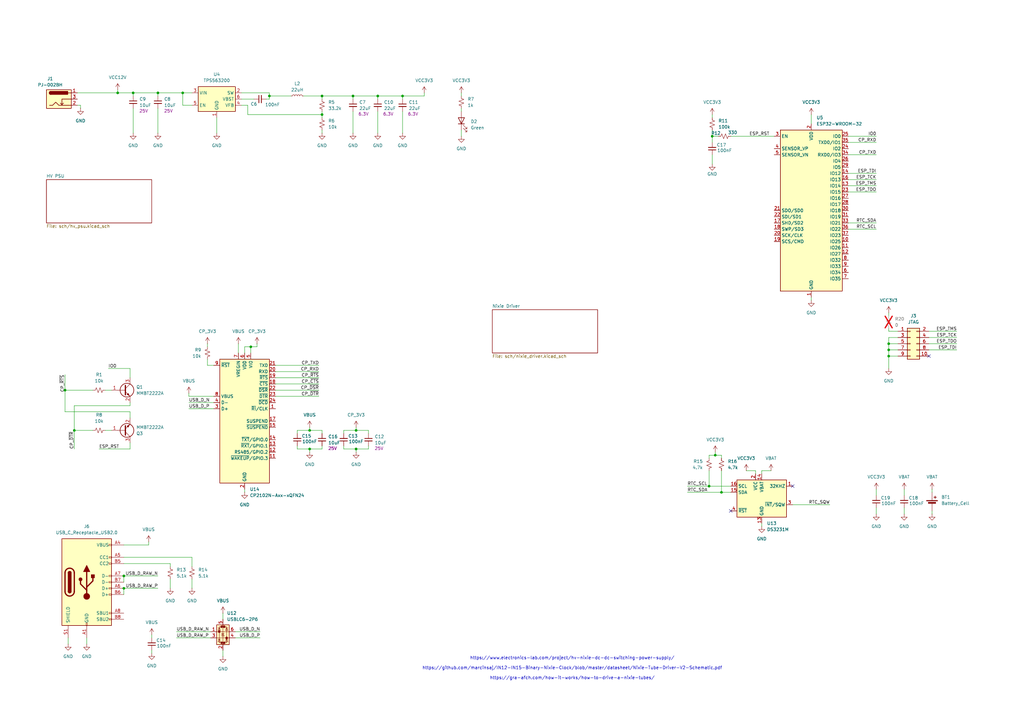
<source format=kicad_sch>
(kicad_sch (version 20250114) (generator "eeschema") (generator_version "9.0")
  (paper "A3")
  (lib_symbols
    (symbol "Connector:Barrel_Jack_Switch" (pin_names (hide yes))
      (property "Reference" "J" (at 0 5.334 0))
      (property "Value" "Barrel_Jack_Switch" (at 0 -5.08 0))
      (symbol "Barrel_Jack_Switch_1_1"
        (pin passive line (at 7.62 2.54 180) (length 2.54) (name "~") (number "1"))
        (pin passive line (at 7.62 0 180) (length 2.54) (name "~") (number "3"))
        (pin passive line (at 7.62 -2.54 180) (length 2.54) (name "~") (number "2"))
      )
    )
    (symbol "Connector:USB_C_Receptacle_USB2.0" (pin_names (offset 1.016))
      (property "Reference" "J" (at -10.16 19.05 0))
      (property "Value" "USB_C_Receptacle_USB2.0" (at 19.05 19.05 0))
      (symbol "USB_C_Receptacle_USB2.0_1_1"
        (pin passive line (at -7.62 -22.86 90) (length 5.08) (name "SHIELD") (number "S1"))
        (pin passive line (at 0 -22.86 90) (length 5.08) (name "GND") (number "A1"))
        (pin passive line (at 0 -22.86 90) (length 5.08) (hide yes) (name "GND") (number "A12"))
        (pin passive line (at 0 -22.86 90) (length 5.08) (hide yes) (name "GND") (number "B1"))
        (pin passive line (at 0 -22.86 90) (length 5.08) (hide yes) (name "GND") (number "B12"))
        (pin passive line (at 15.24 15.24 180) (length 5.08) (name "VBUS") (number "A4"))
        (pin passive line (at 15.24 15.24 180) (length 5.08) (hide yes) (name "VBUS") (number "A9"))
        (pin passive line (at 15.24 15.24 180) (length 5.08) (hide yes) (name "VBUS") (number "B4"))
        (pin passive line (at 15.24 15.24 180) (length 5.08) (hide yes) (name "VBUS") (number "B9"))
        (pin bidirectional line (at 15.24 10.16 180) (length 5.08) (name "CC1") (number "A5"))
        (pin bidirectional line (at 15.24 7.62 180) (length 5.08) (name "CC2") (number "B5"))
        (pin bidirectional line (at 15.24 2.54 180) (length 5.08) (name "D-") (number "A7"))
        (pin bidirectional line (at 15.24 0 180) (length 5.08) (name "D-") (number "B7"))
        (pin bidirectional line (at 15.24 -2.54 180) (length 5.08) (name "D+") (number "A6"))
        (pin bidirectional line (at 15.24 -5.08 180) (length 5.08) (name "D+") (number "B6"))
        (pin bidirectional line (at 15.24 -12.7 180) (length 5.08) (name "SBU1") (number "A8"))
        (pin bidirectional line (at 15.24 -15.24 180) (length 5.08) (name "SBU2") (number "B8"))
      )
    )
    (symbol "Connector_Generic:Conn_02x05_Odd_Even" (pin_names (offset 1.016) (hide yes))
      (property "Reference" "J" (at 1.27 7.62 0))
      (property "Value" "Conn_02x05_Odd_Even" (at 1.27 -7.62 0))
      (symbol "Conn_02x05_Odd_Even_1_1"
        (pin passive line (at -5.08 5.08 0) (length 3.81) (name "Pin_1") (number "1"))
        (pin passive line (at -5.08 2.54 0) (length 3.81) (name "Pin_3") (number "3"))
        (pin passive line (at -5.08 0 0) (length 3.81) (name "Pin_5") (number "5"))
        (pin passive line (at -5.08 -2.54 0) (length 3.81) (name "Pin_7") (number "7"))
        (pin passive line (at -5.08 -5.08 0) (length 3.81) (name "Pin_9") (number "9"))
        (pin passive line (at 7.62 5.08 180) (length 3.81) (name "Pin_2") (number "2"))
        (pin passive line (at 7.62 2.54 180) (length 3.81) (name "Pin_4") (number "4"))
        (pin passive line (at 7.62 0 180) (length 3.81) (name "Pin_6") (number "6"))
        (pin passive line (at 7.62 -2.54 180) (length 3.81) (name "Pin_8") (number "8"))
        (pin passive line (at 7.62 -5.08 180) (length 3.81) (name "Pin_10") (number "10"))
      )
    )
    (symbol "Device:Battery_Cell" (pin_numbers (hide yes)) (pin_names (offset 0) (hide yes))
      (property "Reference" "BT" (at 2.54 2.54 0))
      (property "Value" "Battery_Cell" (at 2.54 0 0))
      (symbol "Battery_Cell_1_1"
        (pin passive line (at 0 5.08 270) (length 2.54) (name "+") (number "1"))
        (pin passive line (at 0 -2.54 90) (length 2.54) (name "-") (number "2"))
      )
    )
    (symbol "Device:C_Small" (pin_numbers (hide yes)) (pin_names (offset 0.254) (hide yes))
      (property "Reference" "C" (at 0.254 1.778 0))
      (property "Value" "C_Small" (at 0.254 -2.032 0))
      (symbol "C_Small_1_1"
        (pin passive line (at 0 2.54 270) (length 2.032) (name "~") (number "1"))
        (pin passive line (at 0 -2.54 90) (length 2.032) (name "~") (number "2"))
      )
    )
    (symbol "Device:LED" (pin_numbers (hide yes)) (pin_names (offset 1.016) (hide yes))
      (property "Reference" "D" (at 0 2.54 0))
      (property "Value" "LED" (at 0 -2.54 0))
      (symbol "LED_1_1"
        (pin passive line (at -3.81 0 0) (length 2.54) (name "K") (number "1"))
        (pin passive line (at 3.81 0 180) (length 2.54) (name "A") (number "2"))
      )
    )
    (symbol "Device:L_Small" (pin_numbers (hide yes)) (pin_names (offset 0.254) (hide yes))
      (property "Reference" "L" (at 0.762 1.016 0))
      (property "Value" "L_Small" (at 0.762 -1.016 0))
      (symbol "L_Small_1_1"
        (pin passive line (at 0 2.54 270) (length 0.508) (name "~") (number "1"))
        (pin passive line (at 0 -2.54 90) (length 0.508) (name "~") (number "2"))
      )
    )
    (symbol "Device:R_Small_US" (pin_numbers (hide yes)) (pin_names (offset 0.254) (hide yes))
      (property "Reference" "R" (at 0.762 0.508 0))
      (property "Value" "R_Small_US" (at 0.762 -1.016 0))
      (symbol "R_Small_US_1_1"
        (pin passive line (at 0 2.54 270) (length 1.016) (name "~") (number "1"))
        (pin passive line (at 0 -2.54 90) (length 1.016) (name "~") (number "2"))
      )
    )
    (symbol "Interface_USB:CP2102N-Axx-xQFN24"
      (property "Reference" "U" (at -8.89 26.67 0))
      (property "Value" "CP2102N-Axx-xQFN24" (at 13.97 26.67 0))
      (symbol "CP2102N-Axx-xQFN24_1_1"
        (pin input line (at -12.7 22.86 0) (length 2.54) (name "~{RST}") (number "9"))
        (pin input line (at -12.7 10.16 0) (length 2.54) (name "VBUS") (number "8"))
        (pin bidirectional line (at -12.7 7.62 0) (length 2.54) (name "D-") (number "4"))
        (pin bidirectional line (at -12.7 5.08 0) (length 2.54) (name "D+") (number "3"))
        (pin no_connect line (at -10.16 -22.86 0) (length 2.54) (hide yes) (name "NC") (number "10"))
        (pin power_in line (at -2.54 27.94 270) (length 2.54) (name "VREGIN") (number "7"))
        (pin power_in line (at 0 27.94 270) (length 2.54) (name "VDD") (number "6"))
        (pin power_in line (at 0 -27.94 90) (length 2.54) (name "GND") (number "2"))
        (pin passive line (at 0 -27.94 90) (length 2.54) (hide yes) (name "GND") (number "25"))
        (pin power_in line (at 2.54 27.94 270) (length 2.54) (name "VIO") (number "5"))
        (pin no_connect line (at 10.16 -22.86 180) (length 2.54) (hide yes) (name "NC") (number "16"))
        (pin output line (at 12.7 22.86 180) (length 2.54) (name "TXD") (number "21"))
        (pin input line (at 12.7 20.32 180) (length 2.54) (name "RXD") (number "20"))
        (pin output line (at 12.7 17.78 180) (length 2.54) (name "~{RTS}") (number "19"))
        (pin input line (at 12.7 15.24 180) (length 2.54) (name "~{CTS}") (number "18"))
        (pin input line (at 12.7 12.7 180) (length 2.54) (name "~{DSR}") (number "22"))
        (pin output line (at 12.7 10.16 180) (length 2.54) (name "~{DTR}") (number "23"))
        (pin input line (at 12.7 7.62 180) (length 2.54) (name "~{DCD}") (number "24"))
        (pin bidirectional line (at 12.7 5.08 180) (length 2.54) (name "~{RI}/CLK") (number "1"))
        (pin output line (at 12.7 0 180) (length 2.54) (name "SUSPEND") (number "17"))
        (pin output line (at 12.7 -2.54 180) (length 2.54) (name "~{SUSPEND}") (number "15"))
        (pin bidirectional line (at 12.7 -7.62 180) (length 2.54) (name "~{TXT}/GPIO.0") (number "14"))
        (pin bidirectional line (at 12.7 -10.16 180) (length 2.54) (name "~{RXT}/GPIO.1") (number "13"))
        (pin bidirectional line (at 12.7 -12.7 180) (length 2.54) (name "RS485/GPIO.2") (number "12"))
        (pin bidirectional line (at 12.7 -15.24 180) (length 2.54) (name "~{WAKEUP}/GPIO.3") (number "11"))
      )
    )
    (symbol "Power_Protection:USBLC6-2P6" (pin_names (hide yes))
      (property "Reference" "U" (at 0.635 5.715 0))
      (property "Value" "USBLC6-2P6" (at 0.635 3.81 0))
      (symbol "USBLC6-2P6_1_1"
        (pin passive line (at -5.08 0 0) (length 2.54) (name "I/O1") (number "1"))
        (pin passive line (at -5.08 -2.54 0) (length 2.54) (name "I/O2") (number "3"))
        (pin passive line (at 0 5.08 270) (length 2.54) (name "VBUS") (number "5"))
        (pin passive line (at 0 -7.62 90) (length 2.54) (name "GND") (number "2"))
        (pin passive line (at 5.08 0 180) (length 2.54) (name "I/O1") (number "6"))
        (pin passive line (at 5.08 -2.54 180) (length 2.54) (name "I/O2") (number "4"))
      )
    )
    (symbol "RF_Module:ESP32-WROOM-32"
      (property "Reference" "U" (at -12.7 34.29 0))
      (property "Value" "ESP32-WROOM-32" (at 1.27 34.29 0))
      (symbol "ESP32-WROOM-32_1_1"
        (pin input line (at -15.24 30.48 0) (length 2.54) (name "EN") (number "3"))
        (pin input line (at -15.24 25.4 0) (length 2.54) (name "SENSOR_VP") (number "4"))
        (pin input line (at -15.24 22.86 0) (length 2.54) (name "SENSOR_VN") (number "5"))
        (pin bidirectional line (at -15.24 0 0) (length 2.54) (name "SDO/SD0") (number "21"))
        (pin bidirectional line (at -15.24 -2.54 0) (length 2.54) (name "SDI/SD1") (number "22"))
        (pin bidirectional line (at -15.24 -5.08 0) (length 2.54) (name "SHD/SD2") (number "17"))
        (pin bidirectional line (at -15.24 -7.62 0) (length 2.54) (name "SWP/SD3") (number "18"))
        (pin bidirectional line (at -15.24 -10.16 0) (length 2.54) (name "SCK/CLK") (number "20"))
        (pin bidirectional line (at -15.24 -12.7 0) (length 2.54) (name "SCS/CMD") (number "19"))
        (pin no_connect line (at -12.7 -27.94 0) (length 2.54) (hide yes) (name "NC") (number "32"))
        (pin power_in line (at 0 35.56 270) (length 2.54) (name "VDD") (number "2"))
        (pin power_in line (at 0 -35.56 90) (length 2.54) (name "GND") (number "1"))
        (pin passive line (at 0 -35.56 90) (length 2.54) (hide yes) (name "GND") (number "15"))
        (pin passive line (at 0 -35.56 90) (length 2.54) (hide yes) (name "GND") (number "38"))
        (pin passive line (at 0 -35.56 90) (length 2.54) (hide yes) (name "GND") (number "39"))
        (pin bidirectional line (at 15.24 30.48 180) (length 2.54) (name "IO0") (number "25"))
        (pin bidirectional line (at 15.24 27.94 180) (length 2.54) (name "TXD0/IO1") (number "35"))
        (pin bidirectional line (at 15.24 25.4 180) (length 2.54) (name "IO2") (number "24"))
        (pin bidirectional line (at 15.24 22.86 180) (length 2.54) (name "RXD0/IO3") (number "34"))
        (pin bidirectional line (at 15.24 20.32 180) (length 2.54) (name "IO4") (number "26"))
        (pin bidirectional line (at 15.24 17.78 180) (length 2.54) (name "IO5") (number "29"))
        (pin bidirectional line (at 15.24 15.24 180) (length 2.54) (name "IO12") (number "14"))
        (pin bidirectional line (at 15.24 12.7 180) (length 2.54) (name "IO13") (number "16"))
        (pin bidirectional line (at 15.24 10.16 180) (length 2.54) (name "IO14") (number "13"))
        (pin bidirectional line (at 15.24 7.62 180) (length 2.54) (name "IO15") (number "23"))
        (pin bidirectional line (at 15.24 5.08 180) (length 2.54) (name "IO16") (number "27"))
        (pin bidirectional line (at 15.24 2.54 180) (length 2.54) (name "IO17") (number "28"))
        (pin bidirectional line (at 15.24 0 180) (length 2.54) (name "IO18") (number "30"))
        (pin bidirectional line (at 15.24 -2.54 180) (length 2.54) (name "IO19") (number "31"))
        (pin bidirectional line (at 15.24 -5.08 180) (length 2.54) (name "IO21") (number "33"))
        (pin bidirectional line (at 15.24 -7.62 180) (length 2.54) (name "IO22") (number "36"))
        (pin bidirectional line (at 15.24 -10.16 180) (length 2.54) (name "IO23") (number "37"))
        (pin bidirectional line (at 15.24 -12.7 180) (length 2.54) (name "IO25") (number "10"))
        (pin bidirectional line (at 15.24 -15.24 180) (length 2.54) (name "IO26") (number "11"))
        (pin bidirectional line (at 15.24 -17.78 180) (length 2.54) (name "IO27") (number "12"))
        (pin bidirectional line (at 15.24 -20.32 180) (length 2.54) (name "IO32") (number "8"))
        (pin bidirectional line (at 15.24 -22.86 180) (length 2.54) (name "IO33") (number "9"))
        (pin input line (at 15.24 -25.4 180) (length 2.54) (name "IO34") (number "6"))
        (pin input line (at 15.24 -27.94 180) (length 2.54) (name "IO35") (number "7"))
      )
    )
    (symbol "Regulator_Switching:TPS563200"
      (property "Reference" "U" (at -7.62 6.35 0))
      (property "Value" "TPS563200" (at -2.54 6.35 0))
      (symbol "TPS563200_1_1"
        (pin power_in line (at -10.16 2.54 0) (length 2.54) (name "VIN") (number "3"))
        (pin input line (at -10.16 -2.54 0) (length 2.54) (name "EN") (number "5"))
        (pin power_in line (at 0 -7.62 90) (length 2.54) (name "GND") (number "1"))
        (pin output line (at 10.16 2.54 180) (length 2.54) (name "SW") (number "2"))
        (pin passive line (at 10.16 0 180) (length 2.54) (name "VBST") (number "6"))
        (pin input line (at 10.16 -2.54 180) (length 2.54) (name "VFB") (number "4"))
      )
    )
    (symbol "Timer_RTC:DS3231M"
      (property "Reference" "U" (at -7.62 8.89 0))
      (property "Value" "DS3231M" (at 10.16 8.89 0))
      (symbol "DS3231M_1_1"
        (pin input line (at -12.7 5.08 0) (length 2.54) (name "SCL") (number "16"))
        (pin bidirectional line (at -12.7 2.54 0) (length 2.54) (name "SDA") (number "15"))
        (pin bidirectional line (at -12.7 -5.08 0) (length 2.54) (name "~{RST}") (number "4"))
        (pin power_in line (at -2.54 10.16 270) (length 2.54) (name "VCC") (number "2"))
        (pin power_in line (at 0 10.16 270) (length 2.54) (name "VBAT") (number "14"))
        (pin passive line (at 0 -10.16 90) (length 2.54) (hide yes) (name "GND") (number "10"))
        (pin passive line (at 0 -10.16 90) (length 2.54) (hide yes) (name "GND") (number "11"))
        (pin passive line (at 0 -10.16 90) (length 2.54) (hide yes) (name "GND") (number "12"))
        (pin power_in line (at 0 -10.16 90) (length 2.54) (name "GND") (number "13"))
        (pin passive line (at 0 -10.16 90) (length 2.54) (hide yes) (name "GND") (number "5"))
        (pin passive line (at 0 -10.16 90) (length 2.54) (hide yes) (name "GND") (number "6"))
        (pin passive line (at 0 -10.16 90) (length 2.54) (hide yes) (name "GND") (number "7"))
        (pin passive line (at 0 -10.16 90) (length 2.54) (hide yes) (name "GND") (number "8"))
        (pin passive line (at 0 -10.16 90) (length 2.54) (hide yes) (name "GND") (number "9"))
        (pin open_collector line (at 12.7 5.08 180) (length 2.54) (name "32KHZ") (number "1"))
        (pin open_collector line (at 12.7 -2.54 180) (length 2.54) (name "~{INT}/SQW") (number "3"))
      )
    )
    (symbol "Transistor_BJT:MMBT2222A" (pin_names (offset 0) (hide yes))
      (property "Reference" "Q" (at 5.08 1.905 0))
      (property "Value" "MMBT2222A" (at 5.08 0 0))
      (symbol "MMBT2222A_1_1"
        (pin input line (at -5.08 0 0) (length 2.54) (name "B") (number "1"))
        (pin passive line (at 2.54 5.08 270) (length 2.54) (name "C") (number "3"))
        (pin passive line (at 2.54 -5.08 90) (length 2.54) (name "E") (number "2"))
      )
    )
    (symbol "power:GND" (power) (pin_numbers (hide yes)) (pin_names (offset 0) (hide yes))
      (property "Value" "GND" (at 0 -3.81 0))
      (symbol "GND_1_1"
        (pin power_in line (at 0 0 270) (length 0) (name "~") (number "1"))
      )
    )
    (symbol "power:VBUS" (power) (pin_numbers (hide yes)) (pin_names (offset 0) (hide yes))
      (property "Value" "VBUS" (at 0 3.556 0))
      (symbol "VBUS_1_1"
        (pin power_in line (at 0 0 90) (length 0) (name "~") (number "1"))
      )
    )
    (symbol "power:VCC" (power) (pin_numbers (hide yes)) (pin_names (offset 0) (hide yes))
      (property "Value" "VCC" (at 0 3.556 0))
      (symbol "VCC_1_1"
        (pin power_in line (at 0 0 90) (length 0) (name "~") (number "1"))
      )
    )
  )
  (text "https://www.electronics-lab.com/project/hv-nixie-dc-dc-switching-power-supply/\n\nhttps://github.com/marcinsaj/IN12-IN15-Binary-Nixie-Clock/blob/master/datasheet/Nixie-Tube-Driver-V2-Schematic.pdf\n\nhttps://gra-afch.com/how-it-works/how-to-drive-a-nixie-tubes/" (at 234.696 274.066 0) (effects (font (size 1.27 1.27))))
  (junction (at 48.26 38.1))
  (junction (at 295.91 201.93))
  (junction (at 364.49 143.51))
  (junction (at 132.08 39.37))
  (junction (at 64.77 38.1))
  (junction (at 165.1 39.37))
  (junction (at 154.94 39.37))
  (junction (at 144.78 39.37))
  (junction (at 50.8 241.3))
  (junction (at 102.87 142.24))
  (junction (at 127 184.15))
  (junction (at 110.49 39.37))
  (junction (at 132.08 46.99))
  (junction (at 292.1 55.88))
  (junction (at 364.49 140.97))
  (junction (at 26.67 160.02))
  (junction (at 146.05 184.15))
  (junction (at 50.8 236.22))
  (junction (at 364.49 146.05))
  (junction (at 74.93 38.1))
  (junction (at 54.61 38.1))
  (junction (at 30.48 176.53))
  (junction (at 290.83 199.39))
  (junction (at 293.37 186.69))
  (junction (at 127 176.53))
  (junction (at 146.05 176.53))
  (no_connect (at 325.12 199.39))
  (no_connect (at 299.72 209.55))
  (no_connect (at 381 146.05))
  (wire (pts (xy 144.78 39.37) (xy 154.94 39.37)))
  (wire (pts (xy 77.47 161.29) (xy 77.47 162.56)))
  (wire (pts (xy 35.56 261.62) (xy 35.56 264.16)))
  (wire (pts (xy 368.3 135.89) (xy 364.49 135.89)))
  (wire (pts (xy 295.91 193.04) (xy 295.91 201.93)))
  (wire (pts (xy 31.75 43.18) (xy 33.02 43.18)))
  (wire (pts (xy 121.92 176.53) (xy 127 176.53)))
  (wire (pts (xy 50.8 228.6) (xy 78.74 228.6)))
  (wire (pts (xy 292.1 46.99) (xy 292.1 48.26)))
  (wire (pts (xy 309.88 193.04) (xy 309.88 194.31)))
  (wire (pts (xy 364.49 146.05) (xy 364.49 151.13)))
  (wire (pts (xy 113.03 160.02) (xy 130.81 160.02)))
  (wire (pts (xy 146.05 176.53) (xy 151.13 176.53)))
  (wire (pts (xy 87.63 167.64) (xy 77.47 167.64)))
  (wire (pts (xy 132.08 46.99) (xy 132.08 48.26)))
  (wire (pts (xy 189.23 44.45) (xy 189.23 45.72)))
  (wire (pts (xy 347.98 58.42) (xy 359.41 58.42)))
  (wire (pts (xy 85.09 140.97) (xy 85.09 142.24)))
  (wire (pts (xy 113.03 157.48) (xy 130.81 157.48)))
  (wire (pts (xy 50.8 241.3) (xy 64.77 241.3)))
  (wire (pts (xy 85.09 149.86) (xy 87.63 149.86)))
  (wire (pts (xy 69.85 237.49) (xy 69.85 241.3)))
  (wire (pts (xy 140.97 184.15) (xy 146.05 184.15)))
  (wire (pts (xy 381 135.89) (xy 392.43 135.89)))
  (wire (pts (xy 109.22 40.64) (xy 110.49 40.64)))
  (wire (pts (xy 316.23 193.04) (xy 312.42 193.04)))
  (wire (pts (xy 364.49 143.51) (xy 364.49 146.05)))
  (wire (pts (xy 173.99 38.1) (xy 173.99 39.37)))
  (wire (pts (xy 292.1 53.34) (xy 292.1 55.88)))
  (wire (pts (xy 132.08 182.88) (xy 132.08 184.15)))
  (wire (pts (xy 293.37 186.69) (xy 290.83 186.69)))
  (wire (pts (xy 74.93 38.1) (xy 74.93 43.18)))
  (wire (pts (xy 62.23 260.35) (xy 62.23 261.62)))
  (wire (pts (xy 26.67 160.02) (xy 26.67 168.91)))
  (wire (pts (xy 54.61 38.1) (xy 54.61 39.37)))
  (wire (pts (xy 381 138.43) (xy 392.43 138.43)))
  (wire (pts (xy 91.44 251.46) (xy 91.44 254)))
  (wire (pts (xy 295.91 186.69) (xy 295.91 187.96)))
  (wire (pts (xy 121.92 177.8) (xy 121.92 176.53)))
  (wire (pts (xy 64.77 38.1) (xy 64.77 39.37)))
  (wire (pts (xy 364.49 143.51) (xy 368.3 143.51)))
  (wire (pts (xy 359.41 200.66) (xy 359.41 203.2)))
  (wire (pts (xy 53.34 184.15) (xy 53.34 181.61)))
  (wire (pts (xy 370.84 208.28) (xy 370.84 210.82)))
  (wire (pts (xy 96.52 261.62) (xy 106.68 261.62)))
  (wire (pts (xy 78.74 228.6) (xy 78.74 232.41)))
  (wire (pts (xy 381 140.97) (xy 392.43 140.97)))
  (wire (pts (xy 30.48 176.53) (xy 30.48 184.15)))
  (wire (pts (xy 88.9 48.26) (xy 88.9 54.61)))
  (wire (pts (xy 43.18 160.02) (xy 45.72 160.02)))
  (wire (pts (xy 33.02 43.18) (xy 33.02 44.45)))
  (wire (pts (xy 62.23 266.7) (xy 62.23 267.97)))
  (wire (pts (xy 347.98 55.88) (xy 359.41 55.88)))
  (wire (pts (xy 113.03 162.56) (xy 130.81 162.56)))
  (wire (pts (xy 364.49 140.97) (xy 364.49 143.51)))
  (wire (pts (xy 110.49 39.37) (xy 119.38 39.37)))
  (wire (pts (xy 48.26 36.83) (xy 48.26 38.1)))
  (wire (pts (xy 146.05 184.15) (xy 146.05 185.42)))
  (wire (pts (xy 347.98 63.5) (xy 359.41 63.5)))
  (wire (pts (xy 53.34 168.91) (xy 26.67 168.91)))
  (wire (pts (xy 281.94 201.93) (xy 295.91 201.93)))
  (wire (pts (xy 127 175.26) (xy 127 176.53)))
  (wire (pts (xy 100.33 142.24) (xy 102.87 142.24)))
  (wire (pts (xy 105.41 142.24) (xy 102.87 142.24)))
  (wire (pts (xy 132.08 39.37) (xy 132.08 40.64)))
  (wire (pts (xy 69.85 231.14) (xy 69.85 232.41)))
  (wire (pts (xy 293.37 185.42) (xy 293.37 186.69)))
  (wire (pts (xy 53.34 171.45) (xy 53.34 168.91)))
  (wire (pts (xy 44.45 151.13) (xy 53.34 151.13)))
  (wire (pts (xy 60.96 222.25) (xy 60.96 223.52)))
  (wire (pts (xy 87.63 162.56) (xy 77.47 162.56)))
  (wire (pts (xy 50.8 236.22) (xy 50.8 238.76)))
  (wire (pts (xy 312.42 214.63) (xy 312.42 215.9)))
  (wire (pts (xy 132.08 53.34) (xy 132.08 54.61)))
  (wire (pts (xy 332.74 46.99) (xy 332.74 50.8)))
  (wire (pts (xy 132.08 45.72) (xy 132.08 46.99)))
  (wire (pts (xy 99.06 43.18) (xy 101.6 43.18)))
  (wire (pts (xy 294.64 55.88) (xy 292.1 55.88)))
  (wire (pts (xy 292.1 55.88) (xy 292.1 58.42)))
  (wire (pts (xy 382.27 200.66) (xy 382.27 201.93)))
  (wire (pts (xy 50.8 236.22) (xy 64.77 236.22)))
  (wire (pts (xy 30.48 166.37) (xy 30.48 176.53)))
  (wire (pts (xy 72.39 261.62) (xy 86.36 261.62)))
  (wire (pts (xy 189.23 38.1) (xy 189.23 39.37)))
  (wire (pts (xy 101.6 43.18) (xy 101.6 46.99)))
  (wire (pts (xy 113.03 149.86) (xy 130.81 149.86)))
  (wire (pts (xy 364.49 138.43) (xy 364.49 140.97)))
  (wire (pts (xy 113.03 152.4) (xy 130.81 152.4)))
  (wire (pts (xy 54.61 38.1) (xy 64.77 38.1)))
  (wire (pts (xy 74.93 38.1) (xy 78.74 38.1)))
  (wire (pts (xy 99.06 38.1) (xy 110.49 38.1)))
  (wire (pts (xy 364.49 128.27) (xy 364.49 129.54)))
  (wire (pts (xy 40.64 184.15) (xy 53.34 184.15)))
  (wire (pts (xy 26.67 160.02) (xy 38.1 160.02)))
  (wire (pts (xy 295.91 201.93) (xy 299.72 201.93)))
  (wire (pts (xy 299.72 55.88) (xy 317.5 55.88)))
  (wire (pts (xy 140.97 177.8) (xy 140.97 176.53)))
  (wire (pts (xy 359.41 208.28) (xy 359.41 210.82)))
  (wire (pts (xy 347.98 91.44) (xy 359.41 91.44)))
  (wire (pts (xy 105.41 140.97) (xy 105.41 142.24)))
  (wire (pts (xy 364.49 146.05) (xy 368.3 146.05)))
  (wire (pts (xy 144.78 45.72) (xy 144.78 54.61)))
  (wire (pts (xy 146.05 175.26) (xy 146.05 176.53)))
  (wire (pts (xy 110.49 39.37) (xy 110.49 40.64)))
  (wire (pts (xy 347.98 93.98) (xy 359.41 93.98)))
  (wire (pts (xy 50.8 241.3) (xy 50.8 243.84)))
  (wire (pts (xy 121.92 184.15) (xy 127 184.15)))
  (wire (pts (xy 151.13 176.53) (xy 151.13 177.8)))
  (wire (pts (xy 312.42 193.04) (xy 312.42 194.31)))
  (wire (pts (xy 121.92 182.88) (xy 121.92 184.15)))
  (wire (pts (xy 165.1 39.37) (xy 165.1 40.64)))
  (wire (pts (xy 189.23 53.34) (xy 189.23 55.88)))
  (wire (pts (xy 292.1 63.5) (xy 292.1 67.31)))
  (wire (pts (xy 31.75 38.1) (xy 48.26 38.1)))
  (wire (pts (xy 381 143.51) (xy 392.43 143.51)))
  (wire (pts (xy 140.97 176.53) (xy 146.05 176.53)))
  (wire (pts (xy 293.37 186.69) (xy 295.91 186.69)))
  (wire (pts (xy 144.78 39.37) (xy 144.78 40.64)))
  (wire (pts (xy 50.8 231.14) (xy 69.85 231.14)))
  (wire (pts (xy 165.1 45.72) (xy 165.1 54.61)))
  (wire (pts (xy 64.77 38.1) (xy 74.93 38.1)))
  (wire (pts (xy 290.83 193.04) (xy 290.83 199.39)))
  (wire (pts (xy 113.03 154.94) (xy 130.81 154.94)))
  (wire (pts (xy 64.77 44.45) (xy 64.77 54.61)))
  (wire (pts (xy 101.6 46.99) (xy 132.08 46.99)))
  (wire (pts (xy 96.52 259.08) (xy 106.68 259.08)))
  (wire (pts (xy 30.48 176.53) (xy 38.1 176.53)))
  (wire (pts (xy 154.94 39.37) (xy 165.1 39.37)))
  (wire (pts (xy 127 176.53) (xy 132.08 176.53)))
  (wire (pts (xy 27.94 261.62) (xy 27.94 264.16)))
  (wire (pts (xy 132.08 176.53) (xy 132.08 177.8)))
  (wire (pts (xy 364.49 140.97) (xy 368.3 140.97)))
  (wire (pts (xy 87.63 165.1) (xy 77.47 165.1)))
  (wire (pts (xy 74.93 43.18) (xy 78.74 43.18)))
  (wire (pts (xy 100.33 144.78) (xy 100.33 142.24)))
  (wire (pts (xy 78.74 237.49) (xy 78.74 241.3)))
  (wire (pts (xy 140.97 182.88) (xy 140.97 184.15)))
  (wire (pts (xy 370.84 200.66) (xy 370.84 203.2)))
  (wire (pts (xy 364.49 134.62) (xy 364.49 135.89)))
  (wire (pts (xy 154.94 45.72) (xy 154.94 54.61)))
  (wire (pts (xy 53.34 166.37) (xy 30.48 166.37)))
  (wire (pts (xy 48.26 38.1) (xy 54.61 38.1)))
  (wire (pts (xy 347.98 73.66) (xy 359.41 73.66)))
  (wire (pts (xy 110.49 38.1) (xy 110.49 39.37)))
  (wire (pts (xy 347.98 76.2) (xy 359.41 76.2)))
  (wire (pts (xy 26.67 153.67) (xy 26.67 160.02)))
  (wire (pts (xy 72.39 259.08) (xy 86.36 259.08)))
  (wire (pts (xy 54.61 44.45) (xy 54.61 54.61)))
  (wire (pts (xy 91.44 266.7) (xy 91.44 269.24)))
  (wire (pts (xy 99.06 40.64) (xy 104.14 40.64)))
  (wire (pts (xy 290.83 199.39) (xy 299.72 199.39)))
  (wire (pts (xy 165.1 39.37) (xy 173.99 39.37)))
  (wire (pts (xy 290.83 186.69) (xy 290.83 187.96)))
  (wire (pts (xy 127 184.15) (xy 132.08 184.15)))
  (wire (pts (xy 347.98 78.74) (xy 359.41 78.74)))
  (wire (pts (xy 347.98 71.12) (xy 359.41 71.12)))
  (wire (pts (xy 97.79 140.97) (xy 97.79 144.78)))
  (wire (pts (xy 306.07 193.04) (xy 309.88 193.04)))
  (wire (pts (xy 364.49 138.43) (xy 368.3 138.43)))
  (wire (pts (xy 53.34 151.13) (xy 53.34 154.94)))
  (wire (pts (xy 50.8 223.52) (xy 60.96 223.52)))
  (wire (pts (xy 146.05 184.15) (xy 151.13 184.15)))
  (wire (pts (xy 124.46 39.37) (xy 132.08 39.37)))
  (wire (pts (xy 100.33 200.66) (xy 100.33 201.93)))
  (wire (pts (xy 127 184.15) (xy 127 185.42)))
  (wire (pts (xy 382.27 209.55) (xy 382.27 210.82)))
  (wire (pts (xy 43.18 176.53) (xy 45.72 176.53)))
  (wire (pts (xy 154.94 39.37) (xy 154.94 40.64)))
  (wire (pts (xy 85.09 147.32) (xy 85.09 149.86)))
  (wire (pts (xy 332.74 121.92) (xy 332.74 123.19)))
  (wire (pts (xy 281.94 199.39) (xy 290.83 199.39)))
  (wire (pts (xy 325.12 207.01) (xy 340.36 207.01)))
  (wire (pts (xy 132.08 39.37) (xy 144.78 39.37)))
  (wire (pts (xy 53.34 165.1) (xy 53.34 166.37)))
  (wire (pts (xy 151.13 182.88) (xy 151.13 184.15)))
  (wire (pts (xy 102.87 142.24) (xy 102.87 144.78)))
  (label "USB_D_RAW_N" (at 72.39 259.08 0))
  (label "CP_~{DTR}" (at 30.48 184.15 90))
  (label "ESP_TCK" (at 359.41 73.66 180))
  (label "ESP_TMS" (at 392.43 135.89 180))
  (label "USB_D_N" (at 106.68 259.08 180))
  (label "CP_RXD" (at 130.81 152.4 180))
  (label "ESP_TMS" (at 359.41 76.2 180))
  (label "ESP_TDI" (at 392.43 143.51 180))
  (label "RTC_SDA" (at 359.41 91.44 180))
  (label "USB_D_RAW_N" (at 64.77 236.22 180))
  (label "USB_D_N" (at 77.47 165.1 0))
  (label "ESP_TDO" (at 359.41 78.74 180))
  (label "CP_TXD" (at 130.81 149.86 180))
  (label "CP_~{RTS}" (at 130.81 154.94 180))
  (label "USB_D_RAW_P" (at 64.77 241.3 180))
  (label "CP_~{RTS}" (at 26.67 153.67 270))
  (label "CP_RXD" (at 359.41 58.42 180))
  (label "ESP_TCK" (at 392.43 138.43 180))
  (label "USB_D_P" (at 106.68 261.62 180))
  (label "RTC_SCL" (at 281.94 199.39 0))
  (label "IO0" (at 44.45 151.13 0))
  (label "ESP_TDO" (at 392.43 140.97 180))
  (label "CP_~{CTS}" (at 130.81 157.48 180))
  (label "RTC_SCL" (at 359.41 93.98 180))
  (label "USB_D_RAW_P" (at 72.39 261.62 0))
  (label "ESP_RST" (at 307.34 55.88 0))
  (label "CP_TXD" (at 359.41 63.5 180))
  (label "RTC_SQW" (at 340.36 207.01 180))
  (label "CP_~{DSR}" (at 130.81 160.02 180))
  (label "RTC_SDA" (at 281.94 201.93 0))
  (label "ESP_TDI" (at 359.41 71.12 180))
  (label "IO0" (at 359.41 55.88 180))
  (label "USB_D_P" (at 77.47 167.64 0))
  (label "ESP_RST" (at 40.64 184.15 0))
  (label "CP_~{DTR}" (at 130.81 162.56 180))
  (symbol (lib_id "Device:C_Small") (at 140.97 180.34 180) (unit 1)
    (property "Reference" "C13" (at 144.78 178.816 0))
    (property "Value" "100nF" (at 146.05 181.102 0))
    (property "Footprint" "Capacitor_SMD:C_0603_1608Metric" (effects (hide yes)))
    (property "Description" "Unpolarized capacitor, small symbol" (effects (hide yes)))
    (property "LCSC" "C92490" (effects (hide yes)))
  )
  (symbol (lib_id "Device:Battery_Cell") (at 382.27 207.01 0) (unit 1)
    (property "Reference" "BT1" (at 386.08 203.8984 0) (effects (justify left)))
    (property "Value" "Battery_Cell" (at 386.08 206.4384 0) (effects (justify left)))
    (property "Description" "Single-cell battery" (effects (hide yes)))
  )
  (symbol (lib_id "power:VCC") (at 370.84 200.66 0) (unit 1)
    (property "Reference" "#PWR057" (effects (hide yes)))
    (property "Value" "VBAT" (at 370.84 195.58 0))
    (property "Description" "Power symbol creates a global label with name \"VCC\"" (effects (hide yes)))
  )
  (symbol (lib_id "Device:R_Small_US") (at 69.85 234.95 0) (unit 1)
    (property "Reference" "R13" (at 72.39 233.6799 0) (effects (justify left)))
    (property "Value" "5.1k" (at 72.39 236.2199 0) (effects (justify left)))
    (property "Footprint" "Resistor_SMD:R_0402_1005Metric" (effects (hide yes)))
    (property "Description" "Resistor, small US symbol" (effects (hide yes)))
    (property "LCSC" "C407575 " (effects (hide yes)))
  )
  (symbol (lib_id "power:VCC") (at 364.49 128.27 0) (unit 1)
    (property "Reference" "#PWR065" (effects (hide yes)))
    (property "Value" "VCC3V3" (at 364.49 123.19 0))
    (property "Description" "Power symbol creates a global label with name \"VCC\"" (effects (hide yes)))
  )
  (symbol (lib_id "power:GND") (at 144.78 54.61 0) (unit 1)
    (property "Reference" "#PWR015" (effects (hide yes)))
    (property "Value" "GND" (at 144.78 59.69 0))
    (property "Description" "Power symbol creates a global label with name \"GND\" , ground" (effects (hide yes)))
  )
  (symbol (lib_id "power:VBUS") (at 60.96 222.25 0) (unit 1)
    (property "Reference" "#PWR038" (effects (hide yes)))
    (property "Value" "VBUS" (at 60.96 217.17 0))
    (property "Description" "Power symbol creates a global label with name \"VBUS\"" (effects (hide yes)))
  )
  (symbol (lib_id "power:VBUS") (at 97.79 140.97 0) (unit 1)
    (property "Reference" "#PWR032" (effects (hide yes)))
    (property "Value" "VBUS" (at 97.79 135.89 0))
    (property "Description" "Power symbol creates a global label with name \"VBUS\"" (effects (hide yes)))
  )
  (symbol (lib_id "power:VCC") (at 173.99 38.1 0) (unit 1)
    (property "Reference" "#PWR021" (effects (hide yes)))
    (property "Value" "VCC3V3" (at 173.99 33.02 0))
    (property "Description" "Power symbol creates a global label with name \"VCC\"" (effects (hide yes)))
  )
  (symbol (lib_id "Device:R_Small_US") (at 85.09 144.78 0) (mirror y) (unit 1)
    (property "Reference" "R9" (at 82.55 143.5099 0) (effects (justify left)))
    (property "Value" "10k" (at 82.55 146.0499 0) (effects (justify left)))
    (property "Description" "Resistor, small US symbol" (effects (hide yes)))
    (property "LCSC" "C98220" (effects (hide yes)))
  )
  (symbol (lib_id "Device:C_Small") (at 106.68 40.64 90) (unit 1)
    (property "Reference" "C6" (at 104.14 42.672 90))
    (property "Value" "100nF" (at 111.76 42.926 90))
    (property "Footprint" "Capacitor_SMD:C_0603_1608Metric" (effects (hide yes)))
    (property "Description" "Unpolarized capacitor, small symbol" (effects (hide yes)))
    (property "LCSC" "C92490" (effects (hide yes)))
  )
  (symbol (lib_id "Connector:Barrel_Jack_Switch") (at 24.13 40.64 0) (unit 1)
    (property "Reference" "J1" (at 20.574 32.258 0))
    (property "Value" "PJ-002BH" (at 20.574 34.798 0))
    (property "Footprint" "Yet-Another-Nixie-Clock:CUI_PJ-002BH" (effects (hide yes)))
    (property "Description" "DC Barrel Jack with an internal switch" (effects (hide yes)))
    (property "MANUFACTURER_PART_NUMBER" "PJ-002BH" (effects (hide yes)))
    (property "LCSC" "C22359705" (effects (hide yes)))
  )
  (symbol (lib_id "power:GND") (at 100.33 201.93 0) (unit 1)
    (property "Reference" "#PWR029" (effects (hide yes)))
    (property "Value" "GND" (at 100.33 207.01 0))
    (property "Description" "Power symbol creates a global label with name \"GND\" , ground" (effects (hide yes)))
  )
  (symbol (lib_id "power:GND") (at 370.84 210.82 0) (unit 1)
    (property "Reference" "#PWR058" (effects (hide yes)))
    (property "Value" "GND" (at 370.84 215.9 0))
    (property "Description" "Power symbol creates a global label with name \"GND\" , ground" (effects (hide yes)))
  )
  (symbol (lib_id "Device:C_Small") (at 359.41 205.74 180) (unit 1)
    (property "Reference" "C19" (at 363.22 204.216 0))
    (property "Value" "100nF" (at 364.49 206.502 0))
    (property "Footprint" "Capacitor_SMD:C_0603_1608Metric" (effects (hide yes)))
    (property "Description" "Unpolarized capacitor, small symbol" (effects (hide yes)))
    (property "LCSC" "C92490" (effects (hide yes)))
  )
  (symbol (lib_id "power:VCC") (at 316.23 193.04 0) (unit 1)
    (property "Reference" "#PWR059" (effects (hide yes)))
    (property "Value" "VBAT" (at 316.23 187.96 0))
    (property "Description" "Power symbol creates a global label with name \"VCC\"" (effects (hide yes)))
  )
  (symbol (lib_id "Device:R_Small_US") (at 297.18 55.88 90) (unit 1)
    (property "Reference" "R12" (at 293.624 54.61 90))
    (property "Value" "330" (at 300.482 54.356 90))
    (property "Footprint" "Resistor_SMD:R_0402_1005Metric" (effects (hide yes)))
    (property "Description" "Resistor, small US symbol" (effects (hide yes)))
    (property "LCSC" "C105875" (effects (hide yes)))
  )
  (symbol (lib_id "Device:C_Small") (at 154.94 43.18 0) (unit 1)
    (property "Reference" "C10" (at 157.48 41.9162 0) (effects (justify left)))
    (property "Value" "22uF" (at 157.48 44.4562 0) (effects (justify left)))
    (property "Footprint" "Capacitor_SMD:C_0603_1608Metric" (effects (hide yes)))
    (property "Description" "Unpolarized capacitor, small symbol" (effects (hide yes)))
    (property "Voltage" "6.3V" (at 159.258 46.736 0))
    (property "LCSC" "C109448" (effects (hide yes)))
  )
  (symbol (lib_id "power:GND") (at 132.08 54.61 0) (unit 1)
    (property "Reference" "#PWR014" (effects (hide yes)))
    (property "Value" "GND" (at 132.08 59.69 0))
    (property "Description" "Power symbol creates a global label with name \"GND\" , ground" (effects (hide yes)))
  )
  (symbol (lib_id "power:GND") (at 312.42 215.9 0) (unit 1)
    (property "Reference" "#PWR054" (effects (hide yes)))
    (property "Value" "GND" (at 312.42 220.98 0))
    (property "Description" "Power symbol creates a global label with name \"GND\" , ground" (effects (hide yes)))
  )
  (symbol (lib_id "Device:C_Small") (at 121.92 180.34 180) (unit 1)
    (property "Reference" "C15" (at 125.73 178.816 0))
    (property "Value" "100nF" (at 127 181.102 0))
    (property "Footprint" "Capacitor_SMD:C_0603_1608Metric" (effects (hide yes)))
    (property "Description" "Unpolarized capacitor, small symbol" (effects (hide yes)))
    (property "LCSC" "C92490" (effects (hide yes)))
  )
  (symbol (lib_id "Device:C_Small") (at 370.84 205.74 180) (unit 1)
    (property "Reference" "C18" (at 374.65 204.216 0))
    (property "Value" "100nF" (at 375.92 206.502 0))
    (property "Footprint" "Capacitor_SMD:C_0603_1608Metric" (effects (hide yes)))
    (property "Description" "Unpolarized capacitor, small symbol" (effects (hide yes)))
    (property "LCSC" "C92490" (effects (hide yes)))
  )
  (symbol (lib_id "Device:C_Small") (at 151.13 180.34 0) (unit 1)
    (property "Reference" "C12" (at 153.67 179.0762 0) (effects (justify left)))
    (property "Value" "10uF" (at 153.67 181.6162 0) (effects (justify left)))
    (property "Footprint" "Capacitor_SMD:C_0603_1608Metric" (effects (hide yes)))
    (property "Description" "Unpolarized capacitor, small symbol" (effects (hide yes)))
    (property "Voltage" "25V" (at 155.448 183.896 0))
    (property "LCSC" "C96446" (effects (hide yes)))
  )
  (symbol (lib_id "Device:R_Small_US") (at 40.64 176.53 90) (unit 1)
    (property "Reference" "R8" (at 40.64 170.18 90))
    (property "Value" "10k" (at 40.64 172.72 90))
    (property "Description" "Resistor, small US symbol" (effects (hide yes)))
    (property "LCSC" "C98220" (effects (hide yes)))
  )
  (symbol (lib_id "power:GND") (at 332.74 123.19 0) (unit 1)
    (property "Reference" "#PWR026" (effects (hide yes)))
    (property "Value" "GND" (at 332.74 128.27 0))
    (property "Description" "Power symbol creates a global label with name \"GND\" , ground" (effects (hide yes)))
  )
  (symbol (lib_id "power:VCC") (at 292.1 46.99 0) (unit 1)
    (property "Reference" "#PWR055" (effects (hide yes)))
    (property "Value" "VCC3V3" (at 292.1 41.91 0))
    (property "Description" "Power symbol creates a global label with name \"VCC\"" (effects (hide yes)))
  )
  (symbol (lib_id "Device:R_Small_US") (at 290.83 190.5 0) (mirror y) (unit 1)
    (property "Reference" "R15" (at 288.29 189.2299 0) (effects (justify left)))
    (property "Value" "4.7k" (at 288.29 191.7699 0) (effects (justify left)))
    (property "Footprint" "Resistor_SMD:R_0402_1005Metric" (effects (hide yes)))
    (property "Description" "Resistor, small US symbol" (effects (hide yes)))
  )
  (symbol (lib_id "power:VCC") (at 332.74 46.99 0) (unit 1)
    (property "Reference" "#PWR022" (effects (hide yes)))
    (property "Value" "VCC3V3" (at 332.74 41.91 0))
    (property "Description" "Power symbol creates a global label with name \"VCC\"" (effects (hide yes)))
  )
  (symbol (lib_id "Device:C_Small") (at 165.1 43.18 0) (unit 1)
    (property "Reference" "C11" (at 167.64 41.9162 0) (effects (justify left)))
    (property "Value" "22uF" (at 167.64 44.4562 0) (effects (justify left)))
    (property "Footprint" "Capacitor_SMD:C_0603_1608Metric" (effects (hide yes)))
    (property "Description" "Unpolarized capacitor, small symbol" (effects (hide yes)))
    (property "Voltage" "6.3V" (at 169.418 46.736 0))
    (property "LCSC" "C109448" (effects (hide yes)))
  )
  (symbol (lib_id "Device:C_Small") (at 132.08 180.34 0) (unit 1)
    (property "Reference" "C16" (at 134.62 179.0762 0) (effects (justify left)))
    (property "Value" "10uF" (at 134.62 181.6162 0) (effects (justify left)))
    (property "Footprint" "Capacitor_SMD:C_0603_1608Metric" (effects (hide yes)))
    (property "Description" "Unpolarized capacitor, small symbol" (effects (hide yes)))
    (property "Voltage" "25V" (at 136.398 183.896 0))
    (property "LCSC" "C96446" (effects (hide yes)))
  )
  (symbol (lib_id "Device:R_Small_US") (at 189.23 41.91 180) (unit 1)
    (property "Reference" "R7" (at 191.77 40.6399 0) (effects (justify right)))
    (property "Value" "1k" (at 191.77 43.1799 0) (effects (justify right)))
    (property "Description" "Resistor, small US symbol" (effects (hide yes)))
    (property "LCSC" "C22548" (effects (hide yes)))
  )
  (symbol (lib_id "power:VCC") (at 293.37 185.42 0) (unit 1)
    (property "Reference" "#PWR063" (effects (hide yes)))
    (property "Value" "VCC3V3" (at 293.37 180.34 0))
    (property "Description" "Power symbol creates a global label with name \"VCC\"" (effects (hide yes)))
  )
  (symbol (lib_id "power:VCC") (at 382.27 200.66 0) (unit 1)
    (property "Reference" "#PWR052" (effects (hide yes)))
    (property "Value" "VBAT" (at 382.27 195.58 0))
    (property "Description" "Power symbol creates a global label with name \"VCC\"" (effects (hide yes)))
  )
  (symbol (lib_id "Connector:USB_C_Receptacle_USB2.0") (at 35.56 238.76 0) (unit 1)
    (property "Reference" "J6" (at 35.56 215.9 0))
    (property "Value" "USB_C_Receptacle_USB2.0" (at 35.56 218.44 0))
    (property "Footprint" "Connector_USB:USB_C_Receptacle_HCTL_HC-TYPE-C-16P-01A" (effects (hide yes)))
    (property "Datasheet" "https://www.usb.org/sites/default/files/documents/usb_type-c.zip" (effects (hide yes)))
    (property "LCSC" " C2894897" (effects (hide yes)))
  )
  (symbol (lib_id "Device:C_Small") (at 144.78 43.18 0) (unit 1)
    (property "Reference" "C7" (at 147.32 41.9162 0) (effects (justify left)))
    (property "Value" "22uF" (at 147.32 44.4562 0) (effects (justify left)))
    (property "Footprint" "Capacitor_SMD:C_0603_1608Metric" (effects (hide yes)))
    (property "Description" "Unpolarized capacitor, small symbol" (effects (hide yes)))
    (property "Voltage" "6.3V" (at 149.098 46.736 0))
    (property "LCSC" "C109448" (effects (hide yes)))
  )
  (symbol (lib_id "power:GND") (at 62.23 267.97 0) (unit 1)
    (property "Reference" "#PWR091" (effects (hide yes)))
    (property "Value" "GND" (at 62.23 273.05 0))
    (property "Description" "Power symbol creates a global label with name \"GND\" , ground" (effects (hide yes)))
  )
  (symbol (lib_id "Transistor_BJT:MMBT2222A") (at 50.8 176.53 0) (mirror x) (unit 1)
    (property "Reference" "Q3" (at 55.88 177.8001 0) (effects (justify left)))
    (property "Value" "MMBT2222A" (at 55.88 175.2601 0) (effects (justify left)))
    (property "Footprint" "Package_TO_SOT_SMD:SOT-23" (effects (hide yes)))
    (property "Datasheet" "https://assets.nexperia.com/documents/data-sheet/MMBT2222A.pdf" (effects (hide yes)))
    (property "Description" "600mA Ic, 40V Vce, NPN Transistor, SOT-23" (effects (hide yes)))
  )
  (symbol (lib_id "power:VCC") (at 359.41 200.66 0) (unit 1)
    (property "Reference" "#PWR060" (effects (hide yes)))
    (property "Value" "VCC3V3" (at 359.41 195.58 0))
    (property "Description" "Power symbol creates a global label with name \"VCC\"" (effects (hide yes)))
  )
  (symbol (lib_id "Device:L_Small") (at 121.92 39.37 90) (unit 1)
    (property "Reference" "L2" (at 121.92 34.29 90))
    (property "Value" "22uH" (at 121.92 36.83 90))
    (property "Footprint" "Inductor_SMD:L_APV_APH0615" (effects (hide yes)))
    (property "Description" "Inductor, small symbol" (effects (hide yes)))
    (property "LCSC" "C842909" (effects (hide yes)))
  )
  (symbol (lib_id "power:GND") (at 364.49 151.13 0) (unit 1)
    (property "Reference" "#PWR064" (effects (hide yes)))
    (property "Value" "GND" (at 364.49 156.21 0))
    (property "Description" "Power symbol creates a global label with name \"GND\" , ground" (effects (hide yes)))
  )
  (symbol (lib_id "Device:LED") (at 189.23 49.53 90) (unit 1)
    (property "Reference" "D2" (at 193.04 49.8474 90) (effects (justify right)))
    (property "Value" "Green" (at 193.04 52.3874 90) (effects (justify right)))
    (property "Footprint" "LED_SMD:LED_0603_1608Metric" (effects (hide yes)))
    (property "Description" "Light emitting diode" (effects (hide yes)))
    (property "Sim.Pins" "1=K 2=A" (effects (hide yes)))
    (property "LCSC" "C19171392" (effects (hide yes)))
  )
  (symbol (lib_id "power:VBUS") (at 91.44 251.46 0) (unit 1)
    (property "Reference" "#PWR043" (effects (hide yes)))
    (property "Value" "VBUS" (at 91.44 246.38 0))
    (property "Description" "Power symbol creates a global label with name \"VBUS\"" (effects (hide yes)))
  )
  (symbol (lib_id "Device:R_Small_US") (at 292.1 50.8 0) (unit 1)
    (property "Reference" "R11" (at 294.64 49.5299 0) (effects (justify left)))
    (property "Value" "100k" (at 294.64 52.0699 0) (effects (justify left)))
    (property "Footprint" "Resistor_SMD:R_0402_1005Metric" (effects (hide yes)))
    (property "Description" "Resistor, small US symbol" (effects (hide yes)))
    (property "LCSC" "C25803" (effects (hide yes)))
  )
  (symbol (lib_id "power:GND") (at 292.1 67.31 0) (unit 1)
    (property "Reference" "#PWR056" (effects (hide yes)))
    (property "Value" "GND" (at 292.1 71.374 0))
    (property "Description" "Power symbol creates a global label with name \"GND\" , ground" (effects (hide yes)))
  )
  (symbol (lib_id "power:VCC") (at 189.23 38.1 0) (unit 1)
    (property "Reference" "#PWR024" (effects (hide yes)))
    (property "Value" "VCC3V3" (at 189.23 33.02 0))
    (property "Description" "Power symbol creates a global label with name \"VCC\"" (effects (hide yes)))
  )
  (symbol (lib_id "power:VCC") (at 306.07 193.04 0) (unit 1)
    (property "Reference" "#PWR062" (effects (hide yes)))
    (property "Value" "VCC3V3" (at 306.07 187.96 0))
    (property "Description" "Power symbol creates a global label with name \"VCC\"" (effects (hide yes)))
  )
  (symbol (lib_id "power:GND") (at 91.44 269.24 0) (unit 1)
    (property "Reference" "#PWR044" (effects (hide yes)))
    (property "Value" "GND" (at 91.44 274.32 0))
    (property "Description" "Power symbol creates a global label with name \"GND\" , ground" (effects (hide yes)))
  )
  (symbol (lib_id "power:GND") (at 154.94 54.61 0) (unit 1)
    (property "Reference" "#PWR016" (effects (hide yes)))
    (property "Value" "GND" (at 154.94 59.69 0))
    (property "Description" "Power symbol creates a global label with name \"GND\" , ground" (effects (hide yes)))
  )
  (symbol (lib_id "power:GND") (at 127 185.42 0) (unit 1)
    (property "Reference" "#PWR036" (effects (hide yes)))
    (property "Value" "GND" (at 127 190.5 0))
    (property "Description" "Power symbol creates a global label with name \"GND\" , ground" (effects (hide yes)))
  )
  (symbol (lib_id "Device:R_Small_US") (at 364.49 132.08 0) (unit 1) (in_bom no) (dnp yes)
    (property "Reference" "R20" (at 367.03 130.8099 0) (effects (justify left)))
    (property "Value" "0" (at 367.03 133.3499 0) (effects (justify left)))
    (property "Footprint" "Resistor_SMD:R_0402_1005Metric" (effects (hide yes)))
    (property "Description" "Resistor, small US symbol" (effects (hide yes)))
    (property "LCSC" "C106231" (effects (hide yes)))
  )
  (symbol (lib_id "power:GND") (at 359.41 210.82 0) (unit 1)
    (property "Reference" "#PWR061" (effects (hide yes)))
    (property "Value" "GND" (at 359.41 215.9 0))
    (property "Description" "Power symbol creates a global label with name \"GND\" , ground" (effects (hide yes)))
  )
  (symbol (lib_id "Device:R_Small_US") (at 132.08 43.18 0) (unit 1)
    (property "Reference" "R5" (at 134.62 41.9099 0) (effects (justify left)))
    (property "Value" "33.2k" (at 134.62 44.4499 0) (effects (justify left)))
    (property "Description" "Resistor, small US symbol" (effects (hide yes)))
    (property "LCSC" "C706161" (effects (hide yes)))
  )
  (symbol (lib_id "power:GND") (at 33.02 44.45 0) (unit 1)
    (property "Reference" "#PWR023" (effects (hide yes)))
    (property "Value" "GND" (at 33.02 49.53 0))
    (property "Description" "Power symbol creates a global label with name \"GND\" , ground" (effects (hide yes)))
  )
  (symbol (lib_id "power:GND") (at 27.94 264.16 0) (unit 1)
    (property "Reference" "#PWR031" (effects (hide yes)))
    (property "Value" "GND" (at 27.94 269.24 0))
    (property "Description" "Power symbol creates a global label with name \"GND\" , ground" (effects (hide yes)))
  )
  (symbol (lib_id "Device:R_Small_US") (at 40.64 160.02 90) (unit 1)
    (property "Reference" "R1" (at 40.64 153.67 90))
    (property "Value" "10k" (at 40.64 156.21 90))
    (property "Description" "Resistor, small US symbol" (effects (hide yes)))
    (property "LCSC" "C98220" (effects (hide yes)))
  )
  (symbol (lib_id "Device:C_Small") (at 54.61 41.91 0) (unit 1)
    (property "Reference" "C9" (at 57.15 40.6462 0) (effects (justify left)))
    (property "Value" "10uF" (at 57.15 43.1862 0) (effects (justify left)))
    (property "Footprint" "Capacitor_SMD:C_0603_1608Metric" (effects (hide yes)))
    (property "Description" "Unpolarized capacitor, small symbol" (effects (hide yes)))
    (property "Voltage" "25V" (at 58.928 45.466 0))
    (property "LCSC" "C96446" (effects (hide yes)))
  )
  (symbol (lib_id "power:VBUS") (at 77.47 161.29 0) (mirror y) (unit 1)
    (property "Reference" "#PWR01" (effects (hide yes)))
    (property "Value" "VBUS" (at 77.47 156.21 0))
    (property "Description" "Power symbol creates a global label with name \"VBUS\"" (effects (hide yes)))
  )
  (symbol (lib_id "power:GND") (at 88.9 54.61 0) (unit 1)
    (property "Reference" "#PWR013" (effects (hide yes)))
    (property "Value" "GND" (at 88.9 59.69 0))
    (property "Description" "Power symbol creates a global label with name \"GND\" , ground" (effects (hide yes)))
  )
  (symbol (lib_id "Device:C_Small") (at 62.23 264.16 180) (unit 1)
    (property "Reference" "C14" (at 66.04 262.636 0))
    (property "Value" "100nF" (at 67.31 264.922 0))
    (property "Footprint" "Capacitor_SMD:C_0603_1608Metric" (effects (hide yes)))
    (property "Description" "Unpolarized capacitor, small symbol" (effects (hide yes)))
    (property "LCSC" "C92490" (effects (hide yes)))
  )
  (symbol (lib_id "Device:C_Small") (at 64.77 41.91 0) (unit 1)
    (property "Reference" "C8" (at 67.31 40.6462 0) (effects (justify left)))
    (property "Value" "10uF" (at 67.31 43.1862 0) (effects (justify left)))
    (property "Footprint" "Capacitor_SMD:C_0603_1608Metric" (effects (hide yes)))
    (property "Description" "Unpolarized capacitor, small symbol" (effects (hide yes)))
    (property "Voltage" "25V" (at 69.088 45.466 0))
    (property "LCSC" "C96446" (effects (hide yes)))
  )
  (symbol (lib_id "power:GND") (at 78.74 241.3 0) (unit 1)
    (property "Reference" "#PWR042" (effects (hide yes)))
    (property "Value" "GND" (at 78.74 246.38 0))
    (property "Description" "Power symbol creates a global label with name \"GND\" , ground" (effects (hide yes)))
  )
  (symbol (lib_id "power:VBUS") (at 146.05 175.26 0) (unit 1)
    (property "Reference" "#PWR028" (effects (hide yes)))
    (property "Value" "CP_3V3" (at 146.05 170.18 0))
    (property "Description" "Power symbol creates a global label with name \"VBUS\"" (effects (hide yes)))
  )
  (symbol (lib_id "power:VBUS") (at 85.09 140.97 0) (unit 1)
    (property "Reference" "#PWR027" (effects (hide yes)))
    (property "Value" "CP_3V3" (at 85.09 135.89 0))
    (property "Description" "Power symbol creates a global label with name \"VBUS\"" (effects (hide yes)))
  )
  (symbol (lib_id "Transistor_BJT:MMBT2222A") (at 50.8 160.02 0) (unit 1)
    (property "Reference" "Q1" (at 55.88 158.7499 0) (effects (justify left)))
    (property "Value" "MMBT2222A" (at 55.88 161.2899 0) (effects (justify left)))
    (property "Footprint" "Package_TO_SOT_SMD:SOT-23" (effects (hide yes)))
    (property "Datasheet" "https://assets.nexperia.com/documents/data-sheet/MMBT2222A.pdf" (effects (hide yes)))
    (property "Description" "600mA Ic, 40V Vce, NPN Transistor, SOT-23" (effects (hide yes)))
  )
  (symbol (lib_id "power:GND") (at 54.61 54.61 0) (unit 1)
    (property "Reference" "#PWR018" (effects (hide yes)))
    (property "Value" "GND" (at 54.61 59.69 0))
    (property "Description" "Power symbol creates a global label with name \"GND\" , ground" (effects (hide yes)))
  )
  (symbol (lib_id "Connector_Generic:Conn_02x05_Odd_Even") (at 373.38 140.97 0) (unit 1)
    (property "Reference" "J3" (at 374.65 129.54 0))
    (property "Value" "JTAG" (at 374.65 132.08 0))
    (property "Description" "Generic connector, double row, 02x05, odd/even pin numbering scheme (row 1 odd numbers, row 2 even numbers), script generated (kicad-library-utils/schlib/autogen/connector/)" (effects (hide yes)))
  )
  (symbol (lib_id "power:VBUS") (at 127 175.26 0) (unit 1)
    (property "Reference" "#PWR035" (effects (hide yes)))
    (property "Value" "VBUS" (at 127 170.18 0))
    (property "Description" "Power symbol creates a global label with name \"VBUS\"" (effects (hide yes)))
  )
  (symbol (lib_id "power:GND") (at 382.27 210.82 0) (unit 1)
    (property "Reference" "#PWR053" (effects (hide yes)))
    (property "Value" "GND" (at 382.27 215.9 0))
    (property "Description" "Power symbol creates a global label with name \"GND\" , ground" (effects (hide yes)))
  )
  (symbol (lib_id "power:GND") (at 35.56 264.16 0) (unit 1)
    (property "Reference" "#PWR034" (effects (hide yes)))
    (property "Value" "GND" (at 35.56 269.24 0))
    (property "Description" "Power symbol creates a global label with name \"GND\" , ground" (effects (hide yes)))
  )
  (symbol (lib_id "power:GND") (at 146.05 185.42 0) (unit 1)
    (property "Reference" "#PWR030" (effects (hide yes)))
    (property "Value" "GND" (at 146.05 190.5 0))
    (property "Description" "Power symbol creates a global label with name \"GND\" , ground" (effects (hide yes)))
  )
  (symbol (lib_id "power:GND") (at 189.23 55.88 0) (unit 1)
    (property "Reference" "#PWR025" (effects (hide yes)))
    (property "Value" "GND" (at 189.23 60.96 0))
    (property "Description" "Power symbol creates a global label with name \"GND\" , ground" (effects (hide yes)))
  )
  (symbol (lib_id "power:VBUS") (at 62.23 260.35 0) (unit 1)
    (property "Reference" "#PWR087" (effects (hide yes)))
    (property "Value" "VBUS" (at 62.23 255.27 0))
    (property "Description" "Power symbol creates a global label with name \"VBUS\"" (effects (hide yes)))
  )
  (symbol (lib_id "RF_Module:ESP32-WROOM-32") (at 332.74 86.36 0) (unit 1)
    (property "Reference" "U5" (at 334.8833 48.26 0) (effects (justify left)))
    (property "Value" "ESP32-WROOM-32" (at 334.8833 50.8 0) (effects (justify left)))
    (property "Footprint" "RF_Module:ESP32-WROOM-32" (effects (hide yes)))
    (property "Datasheet" "https://www.espressif.com/sites/default/files/documentation/esp32-wroom-32_datasheet_en.pdf" (effects (hide yes)))
    (property "Description" "RF Module, ESP32-D0WDQ6 SoC, Wi-Fi 802.11b/g/n, Bluetooth, BLE, 32-bit, 2.7-3.6V, onboard antenna, SMD" (effects (hide yes)))
  )
  (symbol (lib_id "power:VBUS") (at 105.41 140.97 0) (unit 1)
    (property "Reference" "#PWR033" (effects (hide yes)))
    (property "Value" "CP_3V3" (at 105.41 135.89 0))
    (property "Description" "Power symbol creates a global label with name \"VBUS\"" (effects (hide yes)))
  )
  (symbol (lib_id "Timer_RTC:DS3231M") (at 312.42 204.47 0) (unit 1)
    (property "Reference" "U13" (at 314.5633 214.63 0) (effects (justify left)))
    (property "Value" "DS3231M" (at 314.5633 217.17 0) (effects (justify left)))
    (property "Footprint" "Package_SO:SOIC-16W_7.5x10.3mm_P1.27mm" (effects (hide yes)))
    (property "Datasheet" "http://datasheets.maximintegrated.com/en/ds/DS3231.pdf" (effects (hide yes)))
    (property "Description" "Extremely Accurate I2C-Integrated RTC/TCXO/Crystal SOIC-16" (effects (hide yes)))
  )
  (symbol (lib_id "Device:C_Small") (at 292.1 60.96 180) (unit 1)
    (property "Reference" "C17" (at 295.91 59.436 0))
    (property "Value" "100nF" (at 297.18 61.722 0))
    (property "Footprint" "Capacitor_SMD:C_0603_1608Metric" (effects (hide yes)))
    (property "Description" "Unpolarized capacitor, small symbol" (effects (hide yes)))
    (property "LCSC" "C92490" (effects (hide yes)))
  )
  (symbol (lib_id "Device:R_Small_US") (at 132.08 50.8 0) (unit 1)
    (property "Reference" "R6" (at 134.62 49.5299 0) (effects (justify left)))
    (property "Value" "10k" (at 134.62 52.0699 0) (effects (justify left)))
    (property "Description" "Resistor, small US symbol" (effects (hide yes)))
    (property "LCSC" "C98220" (effects (hide yes)))
  )
  (symbol (lib_id "power:GND") (at 69.85 241.3 0) (unit 1)
    (property "Reference" "#PWR041" (effects (hide yes)))
    (property "Value" "GND" (at 69.85 246.38 0))
    (property "Description" "Power symbol creates a global label with name \"GND\" , ground" (effects (hide yes)))
  )
  (symbol (lib_id "power:GND") (at 165.1 54.61 0) (unit 1)
    (property "Reference" "#PWR017" (effects (hide yes)))
    (property "Value" "GND" (at 165.1 59.69 0))
    (property "Description" "Power symbol creates a global label with name \"GND\" , ground" (effects (hide yes)))
  )
  (symbol (lib_id "Regulator_Switching:TPS563200") (at 88.9 40.64 0) (unit 1)
    (property "Reference" "U4" (at 88.9 30.48 0))
    (property "Value" "TPS563200" (at 88.9 33.02 0))
    (property "Footprint" "Package_TO_SOT_SMD:SOT-23-6" (effects (hide yes)))
    (property "Datasheet" "http://www.ti.com/lit/ds/symlink/tps563200.pdf" (effects (hide yes)))
    (property "Description" "3A Synchronous Step-Down Voltage Regulator, Adjustable Output Voltage, 4.5-17V Input Voltage, SOT-23-6" (effects (hide yes)))
  )
  (symbol (lib_id "Device:R_Small_US") (at 78.74 234.95 0) (unit 1)
    (property "Reference" "R14" (at 81.28 233.6799 0) (effects (justify left)))
    (property "Value" "5.1k" (at 81.28 236.2199 0) (effects (justify left)))
    (property "Footprint" "Resistor_SMD:R_0402_1005Metric" (effects (hide yes)))
    (property "Description" "Resistor, small US symbol" (effects (hide yes)))
    (property "LCSC" "C407575 " (effects (hide yes)))
  )
  (symbol (lib_id "Power_Protection:USBLC6-2P6") (at 91.44 259.08 0) (unit 1)
    (property "Reference" "U12" (at 93.0911 251.46 0) (effects (justify left)))
    (property "Value" "USBLC6-2P6" (at 93.0911 254 0) (effects (justify left)))
    (property "Footprint" "Package_TO_SOT_SMD:SOT-666" (effects (hide yes)))
    (property "Datasheet" "https://www.st.com/resource/en/datasheet/usblc6-2.pdf" (effects (hide yes)))
    (property "Description" "Very low capacitance ESD protection diode, 2 data-line, SOT-666" (effects (hide yes)))
    (property "LCSC" "C2827693" (effects (hide yes)))
  )
  (symbol (lib_id "Device:R_Small_US") (at 295.91 190.5 0) (unit 1)
    (property "Reference" "R16" (at 298.45 189.2299 0) (effects (justify left)))
    (property "Value" "4.7k" (at 298.45 191.7699 0) (effects (justify left)))
    (property "Footprint" "Resistor_SMD:R_0402_1005Metric" (effects (hide yes)))
    (property "Description" "Resistor, small US symbol" (effects (hide yes)))
  )
  (symbol (lib_id "power:GND") (at 64.77 54.61 0) (unit 1)
    (property "Reference" "#PWR019" (effects (hide yes)))
    (property "Value" "GND" (at 64.77 59.69 0))
    (property "Description" "Power symbol creates a global label with name \"GND\" , ground" (effects (hide yes)))
  )
  (symbol (lib_id "Interface_USB:CP2102N-Axx-xQFN24") (at 100.33 172.72 0) (unit 1)
    (property "Reference" "U14" (at 102.4733 200.66 0) (effects (justify left)))
    (property "Value" "CP2102N-Axx-xQFN24" (at 102.4733 203.2 0) (effects (justify left)))
    (property "Footprint" "Package_DFN_QFN:QFN-24-1EP_4x4mm_P0.5mm_EP2.6x2.6mm" (effects (hide yes)))
    (property "Datasheet" "https://www.silabs.com/documents/public/data-sheets/cp2102n-datasheet.pdf" (effects (hide yes)))
    (property "Description" "USB to UART master bridge, QFN-24" (effects (hide yes)))
    (property "LCSC" "C969151" (effects (hide yes)))
  )
  (symbol (lib_id "power:VCC") (at 48.26 36.83 0) (unit 1)
    (property "Reference" "#PWR020" (effects (hide yes)))
    (property "Value" "VCC12V" (at 48.26 31.75 0))
    (property "Description" "Power symbol creates a global label with name \"VCC\"" (effects (hide yes)))
  )
  (sheet (at 201.93 127) (size 43.18 17.78) (stroke (width 0.1524))
    (property "Sheetname" "Nixie Driver" (at 201.93 126.2884 0) (effects (justify left bottom)))
    (property "Sheetfile" "sch/nixie_driver.kicad_sch" (at 201.93 145.3646 0) (effects (justify left top)))
  )
  (sheet (at 19.05 73.66) (size 43.18 17.78) (stroke (width 0.1524))
    (property "Sheetname" "HV PSU" (at 19.05 72.9484 0) (effects (justify left bottom)))
    (property "Sheetfile" "sch/hv_psu.kicad_sch" (at 19.05 92.0246 0) (effects (justify left top)))
  )
)
</source>
